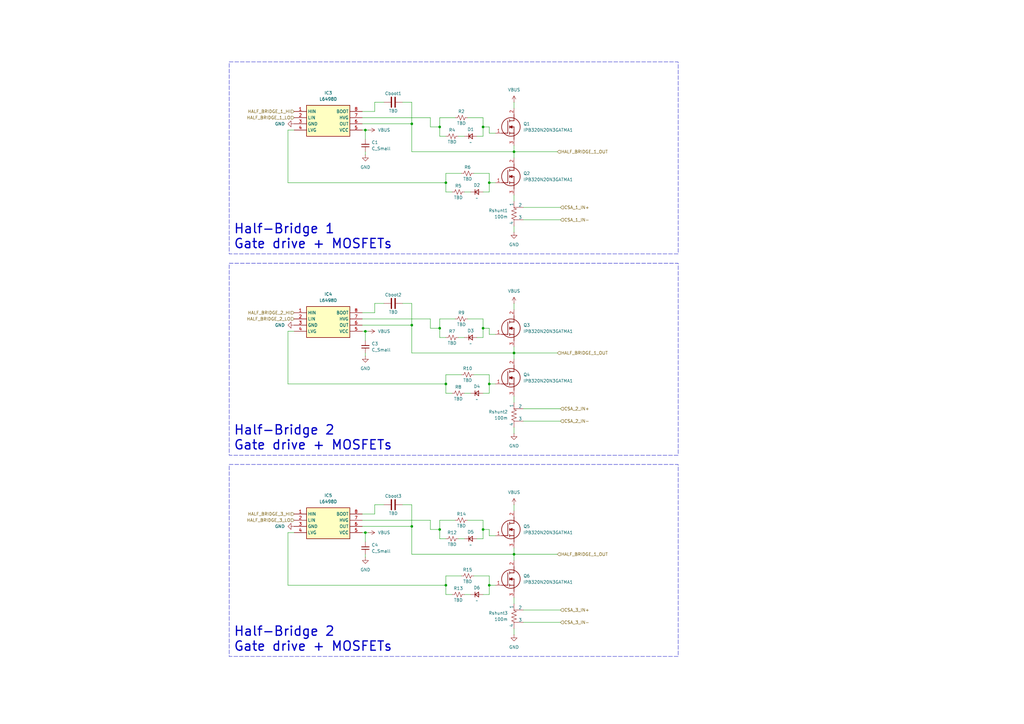
<source format=kicad_sch>
(kicad_sch (version 20250114) (generator "eeschema") (generator_version "9.0")
  (paper "A3")
  (title_block (title "Three-Phase Inverter Stage") (date "2025-12-03") (rev "1") (company "CERN BE-CEM-EPR"))
  (lib_symbols
    (symbol "Device:C" (pin_numbers (hide yes)) (pin_names (offset 0.254))
      (property "Reference" "C" (at 0.635 2.54 0))
      (property "Value" "C" (at 0.635 -2.54 0))
      (symbol "C_0_1"
        (polyline (pts (xy -2.032 0.762) (xy 2.032 0.762)) (stroke (width 0.508)))
        (polyline (pts (xy -2.032 -0.762) (xy 2.032 -0.762)) (stroke (width 0.508)))
      )
      (symbol "C_1_1"
        (pin passive line (at 0 3.81 270) (length 2.794) (name "~") (number "1"))
        (pin passive line (at 0 -3.81 90) (length 2.794) (name "~") (number "2"))
      )
    )
    (symbol "Device:C_Small" (pin_numbers (hide yes)) (pin_names (offset 0.254) (hide yes))
      (property "Reference" "C" (at 0.254 1.778 0))
      (property "Value" "C_Small" (at 0.254 -2.032 0))
      (symbol "C_Small_0_1"
        (polyline (pts (xy -1.524 0.508) (xy 1.524 0.508)) (stroke (width 0.3048)))
        (polyline (pts (xy -1.524 -0.508) (xy 1.524 -0.508)) (stroke (width 0.3302)))
      )
      (symbol "C_Small_1_1"
        (pin passive line (at 0 2.54 270) (length 2.032) (name "~") (number "1"))
        (pin passive line (at 0 -2.54 90) (length 2.032) (name "~") (number "2"))
      )
    )
    (symbol "Device:D_Small" (pin_numbers (hide yes)) (pin_names (offset 0.254) (hide yes))
      (property "Reference" "D" (at -1.27 2.032 0))
      (property "Value" "D_Small" (at -3.81 -2.032 0))
      (symbol "D_Small_0_1"
        (polyline (pts (xy -0.762 0) (xy 0.762 0)))
        (polyline (pts (xy -0.762 -1.016) (xy -0.762 1.016)) (stroke (width 0.254)))
        (polyline (pts (xy 0.762 -1.016) (xy -0.762 0) (xy 0.762 1.016) (xy 0.762 -1.016)) (stroke (width 0.254)))
      )
      (symbol "D_Small_1_1"
        (pin passive line (at -2.54 0 0) (length 1.778) (name "K") (number "1"))
        (pin passive line (at 2.54 0 180) (length 1.778) (name "A") (number "2"))
      )
    )
    (symbol "Device:R_Shunt_US" (pin_numbers (hide yes)) (pin_names (offset 0))
      (property "Reference" "R" (at -5.08 0 90))
      (property "Value" "R_Shunt_US" (at -3.048 0 90))
      (symbol "R_Shunt_US_1_1"
        (polyline (pts (xy 0 2.286) (xy 0 2.54)))
        (polyline (pts (xy 0 2.286) (xy 1.016 1.905) (xy 0 1.524) (xy -1.016 1.143) (xy 0 0.762)))
        (polyline (pts (xy 0 0.762) (xy 1.016 0.381) (xy 0 0) (xy -1.016 -0.381) (xy 0 -0.762)))
        (polyline (pts (xy 0 -0.762) (xy 1.016 -1.143) (xy 0 -1.524) (xy -1.016 -1.905) (xy 0 -2.286)))
        (polyline (pts (xy 0 -2.286) (xy 0 -2.54)))
        (polyline (pts (xy 0 -2.54) (xy 1.27 -2.54)))
        (polyline (pts (xy 1.27 2.54) (xy 0 2.54)))
        (pin passive line (at 0 5.08 270) (length 2.54) (name "1") (number "1"))
        (pin passive line (at 0 -5.08 90) (length 2.54) (name "4") (number "4"))
        (pin passive line (at 3.81 2.54 180) (length 2.54) (name "2") (number "2"))
        (pin passive line (at 3.81 -2.54 180) (length 2.54) (name "3") (number "3"))
      )
    )
    (symbol "Device:R_Small_US" (pin_numbers (hide yes)) (pin_names (offset 0.254) (hide yes))
      (property "Reference" "R" (at 0.762 0.508 0))
      (property "Value" "R_Small_US" (at 0.762 -1.016 0))
      (symbol "R_Small_US_1_1"
        (polyline (pts (xy 0 1.524) (xy 1.016 1.143) (xy 0 0.762) (xy -1.016 0.381) (xy 0 0)))
        (polyline (pts (xy 0 0) (xy 1.016 -0.381) (xy 0 -0.762) (xy -1.016 -1.143) (xy 0 -1.524)))
        (pin passive line (at 0 2.54 270) (length 1.016) (name "~") (number "1"))
        (pin passive line (at 0 -2.54 90) (length 1.016) (name "~") (number "2"))
      )
    )
    (symbol "bldc-driver-pcb:IPB320N20N3GATMA1" (pin_names (hide yes))
      (property "Reference" "Q" (at 5.08 1.27 0))
      (property "Value" "IPB320N20N3GATMA1" (at 5.08 -1.27 0))
      (symbol "IPB320N20N3GATMA1_1_1"
        (polyline (pts (xy -3.81 -2.54) (xy -1.27 -2.54)) (stroke (width 0.254)))
        (polyline (pts (xy -1.27 2.54) (xy -1.27 -2.54)) (stroke (width 0.254)))
        (polyline (pts (xy -0.508 3.048) (xy -0.508 2.032)) (stroke (width 0.254)))
        (polyline (pts (xy -0.508 0) (xy 0.508 0.508) (xy 0.508 -0.508) (xy -0.508 0)) (stroke (width 0.254)) (fill (type outline)))
        (polyline (pts (xy -0.508 -0.508) (xy -0.508 0.508)) (stroke (width 0.254)))
        (polyline (pts (xy -0.508 -2.54) (xy 1.27 -2.54)) (stroke (width 0.254)))
        (polyline (pts (xy -0.508 -3.048) (xy -0.508 -2.032)) (stroke (width 0.254)))
        (circle (center 0 0) (radius 3.81) (stroke (width 0.254)))
        (polyline (pts (xy 1.27 2.54) (xy -0.508 2.54)) (stroke (width 0.254)))
        (polyline (pts (xy 1.27 2.54) (xy 1.27 5.08)) (stroke (width 0.254)))
        (polyline (pts (xy 1.27 0) (xy -0.508 0)) (stroke (width 0.254)))
        (polyline (pts (xy 1.27 0) (xy 1.27 -5.08)) (stroke (width 0.254)))
        (pin passive line (at -6.35 -2.54 0) (length 2.54) (name "G") (number "1"))
        (pin passive line (at 1.27 7.62 270) (length 2.54) (name "D") (number "2"))
        (pin passive line (at 1.27 -7.62 90) (length 2.54) (name "S") (number "3"))
      )
    )
    (symbol "bldc-driver-pcb:L6498D"
      (property "Reference" "IC" (at -1.016 10.922 0))
      (property "Value" "L6498D" (at -3.302 8.636 0))
      (symbol "L6498D_1_1"
        (rectangle (start -8.89 6.35) (end 8.89 -6.35) (stroke (width 0.254)) (fill (type background)))
        (pin passive line (at -13.97 3.81 0) (length 5.08) (name "HIN") (number "1"))
        (pin passive line (at -13.97 1.27 0) (length 5.08) (name "LIN") (number "2"))
        (pin passive line (at -13.97 -1.27 0) (length 5.08) (name "GND") (number "3"))
        (pin passive line (at -13.97 -3.81 0) (length 5.08) (name "LVG") (number "4"))
        (pin passive line (at 13.97 3.81 180) (length 5.08) (name "BOOT") (number "8"))
        (pin passive line (at 13.97 1.27 180) (length 5.08) (name "HVG") (number "7"))
        (pin passive line (at 13.97 -1.27 180) (length 5.08) (name "OUT") (number "6"))
        (pin passive line (at 13.97 -3.81 180) (length 5.08) (name "VCC") (number "5"))
      )
    )
    (symbol "power:GND" (power) (pin_numbers (hide yes)) (pin_names (offset 0) (hide yes))
      (property "Value" "GND" (at 0 -3.81 0))
      (symbol "GND_0_1"
        (polyline (pts (xy 0 0) (xy 0 -1.27) (xy 1.27 -1.27) (xy 0 -2.54) (xy -1.27 -1.27) (xy 0 -1.27)))
      )
      (symbol "GND_1_1"
        (pin power_in line (at 0 0 270) (length 0) (name "~") (number "1"))
      )
    )
    (symbol "power:VBUS" (power) (pin_numbers (hide yes)) (pin_names (offset 0) (hide yes))
      (property "Value" "VBUS" (at 0 3.556 0))
      (symbol "VBUS_0_1"
        (polyline (pts (xy -0.762 1.27) (xy 0 2.54)))
        (polyline (pts (xy 0 2.54) (xy 0.762 1.27)))
        (polyline (pts (xy 0 0) (xy 0 2.54)))
      )
      (symbol "VBUS_1_1"
        (pin power_in line (at 0 0 90) (length 0) (name "~") (number "1"))
      )
    )
  )
  (rectangle (start 93.98 25.4) (end 278.13 104.14) (stroke (width 0) (type dash)))
  (rectangle (start 93.98 190.5) (end 278.13 269.24) (stroke (width 0) (type dash)))
  (rectangle (start 93.98 107.95) (end 278.13 186.69) (stroke (width 0) (type dash)))
  (text "Half-Bridge 2\nGate drive + MOSFETs" (at 95.758 262.128 0) (effects (font (size 3.81 3.81) (thickness 0.508) (bold yes)) (justify left)))
  (text "Half-Bridge 1\nGate drive + MOSFETs" (at 95.758 97.028 0) (effects (font (size 3.81 3.81) (thickness 0.508) (bold yes)) (justify left)))
  (text "Half-Bridge 2\nGate drive + MOSFETs" (at 95.758 179.578 0) (effects (font (size 3.81 3.81) (thickness 0.508) (bold yes)) (justify left)))
  (junction (at 149.86 135.89))
  (junction (at 180.34 52.07))
  (junction (at 198.12 52.07))
  (junction (at 198.12 134.62))
  (junction (at 200.66 74.93))
  (junction (at 210.82 227.33))
  (junction (at 200.66 157.48))
  (junction (at 180.34 217.17))
  (junction (at 180.34 134.62))
  (junction (at 210.82 144.78))
  (junction (at 182.88 74.93))
  (junction (at 168.91 215.9))
  (junction (at 168.91 133.35))
  (junction (at 200.66 240.03))
  (junction (at 149.86 53.34))
  (junction (at 198.12 217.17))
  (junction (at 168.91 50.8))
  (junction (at 182.88 157.48))
  (junction (at 182.88 240.03))
  (junction (at 149.86 218.44))
  (junction (at 210.82 62.23))
  (wire (pts (xy 153.67 124.46) (xy 157.48 124.46)))
  (wire (pts (xy 182.88 220.98) (xy 180.34 220.98)))
  (wire (pts (xy 210.82 247.65) (xy 210.82 245.11)))
  (wire (pts (xy 228.6 62.23) (xy 210.82 62.23)))
  (wire (pts (xy 120.65 135.89) (xy 118.11 135.89)))
  (wire (pts (xy 148.59 215.9) (xy 168.91 215.9)))
  (wire (pts (xy 198.12 217.17) (xy 198.12 220.98)))
  (wire (pts (xy 118.11 218.44) (xy 118.11 240.03)))
  (wire (pts (xy 148.59 128.27) (xy 153.67 128.27)))
  (wire (pts (xy 191.77 213.36) (xy 198.12 213.36)))
  (wire (pts (xy 228.6 227.33) (xy 210.82 227.33)))
  (wire (pts (xy 118.11 74.93) (xy 182.88 74.93)))
  (wire (pts (xy 180.34 48.26) (xy 180.34 52.07)))
  (wire (pts (xy 180.34 213.36) (xy 180.34 217.17)))
  (wire (pts (xy 194.31 71.12) (xy 200.66 71.12)))
  (wire (pts (xy 210.82 95.25) (xy 210.82 92.71)))
  (wire (pts (xy 210.82 82.55) (xy 210.82 80.01)))
  (wire (pts (xy 149.86 135.89) (xy 148.59 135.89)))
  (wire (pts (xy 176.53 134.62) (xy 180.34 134.62)))
  (wire (pts (xy 118.11 157.48) (xy 182.88 157.48)))
  (wire (pts (xy 189.23 236.22) (xy 182.88 236.22)))
  (wire (pts (xy 149.86 144.78) (xy 149.86 146.05)))
  (wire (pts (xy 198.12 217.17) (xy 200.66 217.17)))
  (wire (pts (xy 198.12 134.62) (xy 198.12 138.43)))
  (wire (pts (xy 149.86 62.23) (xy 149.86 63.5)))
  (wire (pts (xy 200.66 240.03) (xy 200.66 243.84)))
  (wire (pts (xy 148.59 48.26) (xy 176.53 48.26)))
  (wire (pts (xy 187.96 55.88) (xy 190.5 55.88)))
  (wire (pts (xy 153.67 41.91) (xy 157.48 41.91)))
  (wire (pts (xy 168.91 41.91) (xy 165.1 41.91)))
  (wire (pts (xy 198.12 161.29) (xy 200.66 161.29)))
  (wire (pts (xy 148.59 50.8) (xy 168.91 50.8)))
  (wire (pts (xy 195.58 220.98) (xy 198.12 220.98)))
  (wire (pts (xy 198.12 48.26) (xy 198.12 52.07)))
  (wire (pts (xy 210.82 227.33) (xy 210.82 224.79)))
  (wire (pts (xy 182.88 153.67) (xy 182.88 157.48)))
  (wire (pts (xy 198.12 134.62) (xy 200.66 134.62)))
  (wire (pts (xy 182.88 243.84) (xy 182.88 240.03)))
  (wire (pts (xy 195.58 55.88) (xy 198.12 55.88)))
  (wire (pts (xy 228.6 144.78) (xy 210.82 144.78)))
  (wire (pts (xy 210.82 260.35) (xy 210.82 257.81)))
  (wire (pts (xy 190.5 78.74) (xy 193.04 78.74)))
  (wire (pts (xy 182.88 236.22) (xy 182.88 240.03)))
  (wire (pts (xy 168.91 215.9) (xy 168.91 207.01)))
  (wire (pts (xy 149.86 53.34) (xy 149.86 57.15)))
  (wire (pts (xy 149.86 135.89) (xy 149.86 139.7)))
  (wire (pts (xy 200.66 240.03) (xy 203.2 240.03)))
  (wire (pts (xy 191.77 48.26) (xy 198.12 48.26)))
  (wire (pts (xy 200.66 157.48) (xy 200.66 161.29)))
  (wire (pts (xy 195.58 138.43) (xy 198.12 138.43)))
  (wire (pts (xy 118.11 240.03) (xy 182.88 240.03)))
  (wire (pts (xy 194.31 236.22) (xy 200.66 236.22)))
  (wire (pts (xy 210.82 165.1) (xy 210.82 162.56)))
  (wire (pts (xy 186.69 213.36) (xy 180.34 213.36)))
  (wire (pts (xy 120.65 218.44) (xy 118.11 218.44)))
  (wire (pts (xy 190.5 161.29) (xy 193.04 161.29)))
  (wire (pts (xy 149.86 227.33) (xy 149.86 228.6)))
  (wire (pts (xy 168.91 144.78) (xy 210.82 144.78)))
  (wire (pts (xy 153.67 128.27) (xy 153.67 124.46)))
  (wire (pts (xy 182.88 71.12) (xy 182.88 74.93)))
  (wire (pts (xy 151.13 53.34) (xy 149.86 53.34)))
  (wire (pts (xy 189.23 71.12) (xy 182.88 71.12)))
  (wire (pts (xy 229.87 255.27) (xy 214.63 255.27)))
  (wire (pts (xy 149.86 218.44) (xy 149.86 222.25)))
  (wire (pts (xy 149.86 218.44) (xy 148.59 218.44)))
  (wire (pts (xy 151.13 218.44) (xy 149.86 218.44)))
  (wire (pts (xy 191.77 130.81) (xy 198.12 130.81)))
  (wire (pts (xy 180.34 55.88) (xy 180.34 52.07)))
  (wire (pts (xy 176.53 48.26) (xy 176.53 52.07)))
  (wire (pts (xy 148.59 130.81) (xy 176.53 130.81)))
  (wire (pts (xy 198.12 52.07) (xy 200.66 52.07)))
  (wire (pts (xy 198.12 52.07) (xy 198.12 55.88)))
  (wire (pts (xy 180.34 130.81) (xy 180.34 134.62)))
  (wire (pts (xy 203.2 137.16) (xy 200.66 137.16)))
  (wire (pts (xy 182.88 78.74) (xy 182.88 74.93)))
  (wire (pts (xy 185.42 243.84) (xy 182.88 243.84)))
  (wire (pts (xy 200.66 137.16) (xy 200.66 134.62)))
  (wire (pts (xy 168.91 227.33) (xy 210.82 227.33)))
  (wire (pts (xy 210.82 177.8) (xy 210.82 175.26)))
  (wire (pts (xy 118.11 53.34) (xy 118.11 74.93)))
  (wire (pts (xy 182.88 138.43) (xy 180.34 138.43)))
  (wire (pts (xy 229.87 167.64) (xy 214.63 167.64)))
  (wire (pts (xy 200.66 157.48) (xy 203.2 157.48)))
  (wire (pts (xy 187.96 220.98) (xy 190.5 220.98)))
  (wire (pts (xy 120.65 53.34) (xy 118.11 53.34)))
  (wire (pts (xy 198.12 78.74) (xy 200.66 78.74)))
  (wire (pts (xy 149.86 53.34) (xy 148.59 53.34)))
  (wire (pts (xy 148.59 210.82) (xy 153.67 210.82)))
  (wire (pts (xy 168.91 124.46) (xy 165.1 124.46)))
  (wire (pts (xy 168.91 133.35) (xy 168.91 144.78)))
  (wire (pts (xy 176.53 213.36) (xy 176.53 217.17)))
  (wire (pts (xy 148.59 133.35) (xy 168.91 133.35)))
  (wire (pts (xy 210.82 144.78) (xy 210.82 142.24)))
  (wire (pts (xy 148.59 213.36) (xy 176.53 213.36)))
  (wire (pts (xy 118.11 135.89) (xy 118.11 157.48)))
  (wire (pts (xy 190.5 243.84) (xy 193.04 243.84)))
  (wire (pts (xy 168.91 62.23) (xy 210.82 62.23)))
  (wire (pts (xy 185.42 161.29) (xy 182.88 161.29)))
  (wire (pts (xy 180.34 220.98) (xy 180.34 217.17)))
  (wire (pts (xy 168.91 133.35) (xy 168.91 124.46)))
  (wire (pts (xy 210.82 207.01) (xy 210.82 209.55)))
  (wire (pts (xy 210.82 41.91) (xy 210.82 44.45)))
  (wire (pts (xy 187.96 138.43) (xy 190.5 138.43)))
  (wire (pts (xy 153.67 45.72) (xy 153.67 41.91)))
  (wire (pts (xy 189.23 153.67) (xy 182.88 153.67)))
  (wire (pts (xy 200.66 71.12) (xy 200.66 74.93)))
  (wire (pts (xy 200.66 54.61) (xy 200.66 52.07)))
  (wire (pts (xy 210.82 229.87) (xy 210.82 227.33)))
  (wire (pts (xy 210.82 124.46) (xy 210.82 127)))
  (wire (pts (xy 229.87 250.19) (xy 214.63 250.19)))
  (wire (pts (xy 182.88 55.88) (xy 180.34 55.88)))
  (wire (pts (xy 180.34 138.43) (xy 180.34 134.62)))
  (wire (pts (xy 198.12 130.81) (xy 198.12 134.62)))
  (wire (pts (xy 153.67 210.82) (xy 153.67 207.01)))
  (wire (pts (xy 176.53 130.81) (xy 176.53 134.62)))
  (wire (pts (xy 198.12 243.84) (xy 200.66 243.84)))
  (wire (pts (xy 185.42 78.74) (xy 182.88 78.74)))
  (wire (pts (xy 229.87 85.09) (xy 214.63 85.09)))
  (wire (pts (xy 200.66 153.67) (xy 200.66 157.48)))
  (wire (pts (xy 200.66 236.22) (xy 200.66 240.03)))
  (wire (pts (xy 200.66 74.93) (xy 203.2 74.93)))
  (wire (pts (xy 148.59 45.72) (xy 153.67 45.72)))
  (wire (pts (xy 168.91 215.9) (xy 168.91 227.33)))
  (wire (pts (xy 229.87 90.17) (xy 214.63 90.17)))
  (wire (pts (xy 168.91 50.8) (xy 168.91 41.91)))
  (wire (pts (xy 176.53 52.07) (xy 180.34 52.07)))
  (wire (pts (xy 203.2 54.61) (xy 200.66 54.61)))
  (wire (pts (xy 210.82 147.32) (xy 210.82 144.78)))
  (wire (pts (xy 200.66 74.93) (xy 200.66 78.74)))
  (wire (pts (xy 151.13 135.89) (xy 149.86 135.89)))
  (wire (pts (xy 186.69 130.81) (xy 180.34 130.81)))
  (wire (pts (xy 168.91 50.8) (xy 168.91 62.23)))
  (wire (pts (xy 194.31 153.67) (xy 200.66 153.67)))
  (wire (pts (xy 229.87 172.72) (xy 214.63 172.72)))
  (wire (pts (xy 176.53 217.17) (xy 180.34 217.17)))
  (wire (pts (xy 186.69 48.26) (xy 180.34 48.26)))
  (wire (pts (xy 200.66 219.71) (xy 200.66 217.17)))
  (wire (pts (xy 210.82 62.23) (xy 210.82 59.69)))
  (wire (pts (xy 182.88 161.29) (xy 182.88 157.48)))
  (wire (pts (xy 198.12 213.36) (xy 198.12 217.17)))
  (wire (pts (xy 210.82 64.77) (xy 210.82 62.23)))
  (wire (pts (xy 168.91 207.01) (xy 165.1 207.01)))
  (wire (pts (xy 153.67 207.01) (xy 157.48 207.01)))
  (wire (pts (xy 203.2 219.71) (xy 200.66 219.71)))
  (hierarchical_label "CSA_2_IN-" (shape input) (at 229.87 172.72 0))
  (hierarchical_label "CSA_3_IN-" (shape input) (at 229.87 255.27 0))
  (hierarchical_label "HALF_BRIDGE_1_OUT" (shape input) (at 228.6 227.33 0))
  (hierarchical_label "HALF_BRIDGE_2_LO" (shape input) (at 120.65 130.81 180))
  (hierarchical_label "HALF_BRIDGE_3_LO" (shape input) (at 120.65 213.36 180))
  (hierarchical_label "HALF_BRIDGE_1_OUT" (shape input) (at 228.6 144.78 0))
  (hierarchical_label "HALF_BRIDGE_1_HI" (shape input) (at 120.65 45.72 180))
  (hierarchical_label "HALF_BRIDGE_3_HI" (shape input) (at 120.65 210.82 180))
  (hierarchical_label "HALF_BRIDGE_2_HI" (shape input) (at 120.65 128.27 180))
  (hierarchical_label "CSA_2_IN+" (shape input) (at 229.87 167.64 0))
  (hierarchical_label "CSA_3_IN+" (shape input) (at 229.87 250.19 0))
  (hierarchical_label "CSA_1_IN-" (shape input) (at 229.87 90.17 0))
  (hierarchical_label "HALF_BRIDGE_1_LO" (shape input) (at 120.65 48.26 180))
  (hierarchical_label "HALF_BRIDGE_1_OUT" (shape input) (at 228.6 62.23 0))
  (hierarchical_label "CSA_1_IN+" (shape input) (at 229.87 85.09 0))
  (symbol (lib_id "power:VBUS") (at 151.13 218.44 270) (unit 1)
    (property "Reference" "#PWR019" (effects (hide yes)))
    (property "Value" "VBUS" (at 154.94 218.4399 90) (effects (justify left)))
    (property "Description" "Power symbol creates a global label with name \"VBUS\"" (effects (hide yes)))
  )
  (symbol (lib_id "bldc-driver-pcb:IPB320N20N3GATMA1") (at 209.55 154.94 0) (unit 1)
    (property "Reference" "Q4" (at 214.63 153.6699 0) (effects (justify left)))
    (property "Value" "IPB320N20N3GATMA1" (at 214.63 156.2099 0) (effects (justify left)))
    (property "Footprint" "bldc-driver-pcb:IPB320N20N3GATMA1" (effects (hide yes)))
    (property "Datasheet" "https://www.infineon.com/dgdl/Infineon-IPP_B_I_320N20N3G-DS-v02_03-en.pdf?fileId=db3a3043243b5f170124967064ba184a" (effects (hide yes)))
    (property "Description" "N-Channel 200 V 34A (Tc) 136W (Tc) Surface Mount PG-TO263-3" (effects (hide yes)))
    (property "Height" "4.82" (effects (hide yes)))
    (property "Mouser Part Number" "726-IPB320N20N3GATMA" (effects (hide yes)))
    (property "Mouser Price/Stock" "https://www.mouser.co.uk/ProductDetail/Infineon-Technologies/IPB320N20N3GATMA1?qs=OwbwYO03UsK2VORt1hHBuw%3D%3D" (effects (hide yes)))
    (property "Manufacturer_Name" "Infineon" (effects (hide yes)))
    (property "Manufacturer_Part_Number" "IPB320N20N3GATMA1" (effects (hide yes)))
  )
  (symbol (lib_id "bldc-driver-pcb:L6498D") (at 134.62 49.53 0) (unit 1)
    (property "Reference" "IC3" (at 134.62 38.1 0))
    (property "Value" "L6498D" (at 134.62 40.64 0))
    (property "Footprint" "bldc-driver-pcb:L6498D" (effects (hide yes)))
    (property "Datasheet" "https://www.st.com/resource/en/datasheet/l6498.pdf" (effects (hide yes)))
    (property "Description" "High voltage high and low-side 2 A gate driver" (effects (hide yes)))
    (property "Height" "1.75" (effects (hide yes)))
    (property "Mouser Part Number" "511-L6498D" (effects (hide yes)))
    (property "Mouser Price/Stock" "https://www.mouser.co.uk/ProductDetail/STMicroelectronics/L6498D?qs=1mbolxNpo8fL9dK7MKR40Q%3D%3D" (effects (hide yes)))
    (property "Manufacturer_Name" "STMicroelectronics" (effects (hide yes)))
    (property "Manufacturer_Part_Number" "L6498D" (effects (hide yes)))
  )
  (symbol (lib_id "Device:D_Small") (at 193.04 55.88 0) (unit 1)
    (property "Reference" "D1" (at 193.04 53.086 0))
    (property "Value" "~" (at 193.04 58.42 0))
    (property "Description" "Diode, small symbol" (effects (hide yes)))
    (property "Sim.Device" "D" (effects (hide yes)))
    (property "Sim.Pins" "1=K 2=A" (effects (hide yes)))
  )
  (symbol (lib_id "Device:D_Small") (at 193.04 138.43 0) (unit 1)
    (property "Reference" "D3" (at 193.04 135.636 0))
    (property "Value" "~" (at 193.04 140.97 0))
    (property "Description" "Diode, small symbol" (effects (hide yes)))
    (property "Sim.Device" "D" (effects (hide yes)))
    (property "Sim.Pins" "1=K 2=A" (effects (hide yes)))
  )
  (symbol (lib_id "Device:C") (at 161.29 207.01 90) (unit 1)
    (property "Reference" "Cboot3" (at 161.29 203.454 90))
    (property "Value" "TBD" (at 161.29 210.566 90))
    (property "Description" "Unpolarized capacitor" (effects (hide yes)))
  )
  (symbol (lib_id "power:GND") (at 210.82 260.35 0) (unit 1)
    (property "Reference" "#PWR021" (effects (hide yes)))
    (property "Value" "GND" (at 210.82 265.43 0))
    (property "Description" "Power symbol creates a global label with name \"GND\" , ground" (effects (hide yes)))
  )
  (symbol (lib_id "Device:R_Small_US") (at 189.23 130.81 90) (unit 1)
    (property "Reference" "R9" (at 189.23 128.27 90))
    (property "Value" "TBD" (at 189.23 133.096 90))
    (property "Description" "Resistor, small US symbol" (effects (hide yes)))
  )
  (symbol (lib_id "power:GND") (at 149.86 63.5 0) (unit 1)
    (property "Reference" "#PWR010" (effects (hide yes)))
    (property "Value" "GND" (at 149.86 68.58 0))
    (property "Description" "Power symbol creates a global label with name \"GND\" , ground" (effects (hide yes)))
  )
  (symbol (lib_id "Device:R_Small_US") (at 185.42 138.43 90) (unit 1)
    (property "Reference" "R7" (at 185.42 135.89 90))
    (property "Value" "TBD" (at 185.42 140.716 90))
    (property "Description" "Resistor, small US symbol" (effects (hide yes)))
  )
  (symbol (lib_id "Device:R_Small_US") (at 191.77 71.12 90) (unit 1)
    (property "Reference" "R6" (at 191.77 68.58 90))
    (property "Value" "TBD" (at 191.77 73.406 90))
    (property "Description" "Resistor, small US symbol" (effects (hide yes)))
  )
  (symbol (lib_id "Device:C_Small") (at 149.86 224.79 180) (unit 1)
    (property "Reference" "C4" (at 152.4 223.5135 0) (effects (justify right)))
    (property "Value" "C_Small" (at 152.4 226.0535 0) (effects (justify right)))
    (property "Description" "Unpolarized capacitor, small symbol" (effects (hide yes)))
  )
  (symbol (lib_id "Device:R_Small_US") (at 185.42 55.88 90) (unit 1)
    (property "Reference" "R4" (at 185.42 53.34 90))
    (property "Value" "TBD" (at 185.42 58.166 90))
    (property "Description" "Resistor, small US symbol" (effects (hide yes)))
  )
  (symbol (lib_id "power:GND") (at 210.82 177.8 0) (unit 1)
    (property "Reference" "#PWR016" (effects (hide yes)))
    (property "Value" "GND" (at 210.82 182.88 0))
    (property "Description" "Power symbol creates a global label with name \"GND\" , ground" (effects (hide yes)))
  )
  (symbol (lib_id "Device:R_Small_US") (at 189.23 48.26 90) (unit 1)
    (property "Reference" "R2" (at 189.23 45.72 90))
    (property "Value" "TBD" (at 189.23 50.546 90))
    (property "Description" "Resistor, small US symbol" (effects (hide yes)))
  )
  (symbol (lib_id "power:VBUS") (at 210.82 124.46 0) (unit 1)
    (property "Reference" "#PWR015" (effects (hide yes)))
    (property "Value" "VBUS" (at 210.82 119.38 0))
    (property "Description" "Power symbol creates a global label with name \"VBUS\"" (effects (hide yes)))
  )
  (symbol (lib_id "power:GND") (at 120.65 215.9 270) (unit 1)
    (property "Reference" "#PWR017" (effects (hide yes)))
    (property "Value" "GND" (at 116.84 215.8999 90) (effects (justify right)))
    (property "Description" "Power symbol creates a global label with name \"GND\" , ground" (effects (hide yes)))
  )
  (symbol (lib_id "bldc-driver-pcb:IPB320N20N3GATMA1") (at 209.55 52.07 0) (unit 1)
    (property "Reference" "Q1" (at 214.63 50.7999 0) (effects (justify left)))
    (property "Value" "IPB320N20N3GATMA1" (at 214.63 53.3399 0) (effects (justify left)))
    (property "Footprint" "bldc-driver-pcb:IPB320N20N3GATMA1" (effects (hide yes)))
    (property "Datasheet" "https://www.infineon.com/dgdl/Infineon-IPP_B_I_320N20N3G-DS-v02_03-en.pdf?fileId=db3a3043243b5f170124967064ba184a" (effects (hide yes)))
    (property "Description" "N-Channel 200 V 34A (Tc) 136W (Tc) Surface Mount PG-TO263-3" (effects (hide yes)))
    (property "Height" "4.82" (effects (hide yes)))
    (property "Mouser Part Number" "726-IPB320N20N3GATMA" (effects (hide yes)))
    (property "Mouser Price/Stock" "https://www.mouser.co.uk/ProductDetail/Infineon-Technologies/IPB320N20N3GATMA1?qs=OwbwYO03UsK2VORt1hHBuw%3D%3D" (effects (hide yes)))
    (property "Manufacturer_Name" "Infineon" (effects (hide yes)))
    (property "Manufacturer_Part_Number" "IPB320N20N3GATMA1" (effects (hide yes)))
  )
  (symbol (lib_id "Device:R_Small_US") (at 191.77 236.22 90) (unit 1)
    (property "Reference" "R15" (at 191.77 233.68 90))
    (property "Value" "TBD" (at 191.77 238.506 90))
    (property "Description" "Resistor, small US symbol" (effects (hide yes)))
  )
  (symbol (lib_id "Device:R_Small_US") (at 191.77 153.67 90) (unit 1)
    (property "Reference" "R10" (at 191.77 151.13 90))
    (property "Value" "TBD" (at 191.77 155.956 90))
    (property "Description" "Resistor, small US symbol" (effects (hide yes)))
  )
  (symbol (lib_id "Device:D_Small") (at 195.58 78.74 0) (unit 1)
    (property "Reference" "D2" (at 195.58 75.946 0))
    (property "Value" "~" (at 195.58 81.28 0))
    (property "Description" "Diode, small symbol" (effects (hide yes)))
    (property "Sim.Device" "D" (effects (hide yes)))
    (property "Sim.Pins" "1=K 2=A" (effects (hide yes)))
  )
  (symbol (lib_id "Device:C") (at 161.29 124.46 90) (unit 1)
    (property "Reference" "Cboot2" (at 161.29 120.904 90))
    (property "Value" "TBD" (at 161.29 128.016 90))
    (property "Description" "Unpolarized capacitor" (effects (hide yes)))
  )
  (symbol (lib_id "power:VBUS") (at 210.82 41.91 0) (unit 1)
    (property "Reference" "#PWR08" (effects (hide yes)))
    (property "Value" "VBUS" (at 210.82 36.83 0))
    (property "Description" "Power symbol creates a global label with name \"VBUS\"" (effects (hide yes)))
  )
  (symbol (lib_id "Device:D_Small") (at 193.04 220.98 0) (unit 1)
    (property "Reference" "D5" (at 193.04 218.186 0))
    (property "Value" "~" (at 193.04 223.52 0))
    (property "Description" "Diode, small symbol" (effects (hide yes)))
    (property "Sim.Device" "D" (effects (hide yes)))
    (property "Sim.Pins" "1=K 2=A" (effects (hide yes)))
  )
  (symbol (lib_id "Device:R_Shunt_US") (at 210.82 170.18 0) (unit 1)
    (property "Reference" "Rshunt2" (at 208.28 168.9099 0) (effects (justify right)))
    (property "Value" "100m" (at 208.28 171.4499 0) (effects (justify right)))
    (property "Description" "Shunt resistor, US symbol" (effects (hide yes)))
  )
  (symbol (lib_id "power:GND") (at 120.65 50.8 270) (unit 1)
    (property "Reference" "#PWR011" (effects (hide yes)))
    (property "Value" "GND" (at 116.84 50.7999 90) (effects (justify right)))
    (property "Description" "Power symbol creates a global label with name \"GND\" , ground" (effects (hide yes)))
  )
  (symbol (lib_id "Device:C") (at 161.29 41.91 90) (unit 1)
    (property "Reference" "Cboot1" (at 161.29 38.354 90))
    (property "Value" "TBD" (at 161.29 45.466 90))
    (property "Description" "Unpolarized capacitor" (effects (hide yes)))
  )
  (symbol (lib_id "Device:R_Small_US") (at 189.23 213.36 90) (unit 1)
    (property "Reference" "R14" (at 189.23 210.82 90))
    (property "Value" "TBD" (at 189.23 215.646 90))
    (property "Description" "Resistor, small US symbol" (effects (hide yes)))
  )
  (symbol (lib_id "Device:D_Small") (at 195.58 161.29 0) (unit 1)
    (property "Reference" "D4" (at 195.58 158.496 0))
    (property "Value" "~" (at 195.58 163.83 0))
    (property "Description" "Diode, small symbol" (effects (hide yes)))
    (property "Sim.Device" "D" (effects (hide yes)))
    (property "Sim.Pins" "1=K 2=A" (effects (hide yes)))
  )
  (symbol (lib_id "power:GND") (at 149.86 146.05 0) (unit 1)
    (property "Reference" "#PWR013" (effects (hide yes)))
    (property "Value" "GND" (at 149.86 151.13 0))
    (property "Description" "Power symbol creates a global label with name \"GND\" , ground" (effects (hide yes)))
  )
  (symbol (lib_id "Device:R_Shunt_US") (at 210.82 87.63 0) (unit 1)
    (property "Reference" "Rshunt1" (at 208.28 86.3599 0) (effects (justify right)))
    (property "Value" "100m" (at 208.28 88.8999 0) (effects (justify right)))
    (property "Description" "Shunt resistor, US symbol" (effects (hide yes)))
  )
  (symbol (lib_id "bldc-driver-pcb:IPB320N20N3GATMA1") (at 209.55 237.49 0) (unit 1)
    (property "Reference" "Q6" (at 214.63 236.2199 0) (effects (justify left)))
    (property "Value" "IPB320N20N3GATMA1" (at 214.63 238.7599 0) (effects (justify left)))
    (property "Footprint" "bldc-driver-pcb:IPB320N20N3GATMA1" (effects (hide yes)))
    (property "Datasheet" "https://www.infineon.com/dgdl/Infineon-IPP_B_I_320N20N3G-DS-v02_03-en.pdf?fileId=db3a3043243b5f170124967064ba184a" (effects (hide yes)))
    (property "Description" "N-Channel 200 V 34A (Tc) 136W (Tc) Surface Mount PG-TO263-3" (effects (hide yes)))
    (property "Height" "4.82" (effects (hide yes)))
    (property "Mouser Part Number" "726-IPB320N20N3GATMA" (effects (hide yes)))
    (property "Mouser Price/Stock" "https://www.mouser.co.uk/ProductDetail/Infineon-Technologies/IPB320N20N3GATMA1?qs=OwbwYO03UsK2VORt1hHBuw%3D%3D" (effects (hide yes)))
    (property "Manufacturer_Name" "Infineon" (effects (hide yes)))
    (property "Manufacturer_Part_Number" "IPB320N20N3GATMA1" (effects (hide yes)))
  )
  (symbol (lib_id "Device:R_Small_US") (at 185.42 220.98 90) (unit 1)
    (property "Reference" "R12" (at 185.42 218.44 90))
    (property "Value" "TBD" (at 185.42 223.266 90))
    (property "Description" "Resistor, small US symbol" (effects (hide yes)))
  )
  (symbol (lib_id "Device:C_Small") (at 149.86 59.69 180) (unit 1)
    (property "Reference" "C1" (at 152.4 58.4135 0) (effects (justify right)))
    (property "Value" "C_Small" (at 152.4 60.9535 0) (effects (justify right)))
    (property "Description" "Unpolarized capacitor, small symbol" (effects (hide yes)))
  )
  (symbol (lib_id "bldc-driver-pcb:IPB320N20N3GATMA1") (at 209.55 72.39 0) (unit 1)
    (property "Reference" "Q2" (at 214.63 71.1199 0) (effects (justify left)))
    (property "Value" "IPB320N20N3GATMA1" (at 214.63 73.6599 0) (effects (justify left)))
    (property "Footprint" "bldc-driver-pcb:IPB320N20N3GATMA1" (effects (hide yes)))
    (property "Datasheet" "https://www.infineon.com/dgdl/Infineon-IPP_B_I_320N20N3G-DS-v02_03-en.pdf?fileId=db3a3043243b5f170124967064ba184a" (effects (hide yes)))
    (property "Description" "N-Channel 200 V 34A (Tc) 136W (Tc) Surface Mount PG-TO263-3" (effects (hide yes)))
    (property "Height" "4.82" (effects (hide yes)))
    (property "Mouser Part Number" "726-IPB320N20N3GATMA" (effects (hide yes)))
    (property "Mouser Price/Stock" "https://www.mouser.co.uk/ProductDetail/Infineon-Technologies/IPB320N20N3GATMA1?qs=OwbwYO03UsK2VORt1hHBuw%3D%3D" (effects (hide yes)))
    (property "Manufacturer_Name" "Infineon" (effects (hide yes)))
    (property "Manufacturer_Part_Number" "IPB320N20N3GATMA1" (effects (hide yes)))
  )
  (symbol (lib_id "bldc-driver-pcb:L6498D") (at 134.62 214.63 0) (unit 1)
    (property "Reference" "IC5" (at 134.62 203.2 0))
    (property "Value" "L6498D" (at 134.62 205.74 0))
    (property "Footprint" "bldc-driver-pcb:L6498D" (effects (hide yes)))
    (property "Datasheet" "https://www.st.com/resource/en/datasheet/l6498.pdf" (effects (hide yes)))
    (property "Description" "High voltage high and low-side 2 A gate driver" (effects (hide yes)))
    (property "Height" "1.75" (effects (hide yes)))
    (property "Mouser Part Number" "511-L6498D" (effects (hide yes)))
    (property "Mouser Price/Stock" "https://www.mouser.co.uk/ProductDetail/STMicroelectronics/L6498D?qs=1mbolxNpo8fL9dK7MKR40Q%3D%3D" (effects (hide yes)))
    (property "Manufacturer_Name" "STMicroelectronics" (effects (hide yes)))
    (property "Manufacturer_Part_Number" "L6498D" (effects (hide yes)))
  )
  (symbol (lib_id "bldc-driver-pcb:L6498D") (at 134.62 132.08 0) (unit 1)
    (property "Reference" "IC4" (at 134.62 120.65 0))
    (property "Value" "L6498D" (at 134.62 123.19 0))
    (property "Footprint" "bldc-driver-pcb:L6498D" (effects (hide yes)))
    (property "Datasheet" "https://www.st.com/resource/en/datasheet/l6498.pdf" (effects (hide yes)))
    (property "Description" "High voltage high and low-side 2 A gate driver" (effects (hide yes)))
    (property "Height" "1.75" (effects (hide yes)))
    (property "Mouser Part Number" "511-L6498D" (effects (hide yes)))
    (property "Mouser Price/Stock" "https://www.mouser.co.uk/ProductDetail/STMicroelectronics/L6498D?qs=1mbolxNpo8fL9dK7MKR40Q%3D%3D" (effects (hide yes)))
    (property "Manufacturer_Name" "STMicroelectronics" (effects (hide yes)))
    (property "Manufacturer_Part_Number" "L6498D" (effects (hide yes)))
  )
  (symbol (lib_id "Device:R_Shunt_US") (at 210.82 252.73 0) (unit 1)
    (property "Reference" "Rshunt3" (at 208.28 251.4599 0) (effects (justify right)))
    (property "Value" "100m" (at 208.28 253.9999 0) (effects (justify right)))
    (property "Description" "Shunt resistor, US symbol" (effects (hide yes)))
  )
  (symbol (lib_id "power:GND") (at 149.86 228.6 0) (unit 1)
    (property "Reference" "#PWR018" (effects (hide yes)))
    (property "Value" "GND" (at 149.86 233.68 0))
    (property "Description" "Power symbol creates a global label with name \"GND\" , ground" (effects (hide yes)))
  )
  (symbol (lib_id "power:GND") (at 210.82 95.25 0) (unit 1)
    (property "Reference" "#PWR07" (effects (hide yes)))
    (property "Value" "GND" (at 210.82 100.33 0))
    (property "Description" "Power symbol creates a global label with name \"GND\" , ground" (effects (hide yes)))
  )
  (symbol (lib_id "power:GND") (at 120.65 133.35 270) (unit 1)
    (property "Reference" "#PWR012" (effects (hide yes)))
    (property "Value" "GND" (at 116.84 133.3499 90) (effects (justify right)))
    (property "Description" "Power symbol creates a global label with name \"GND\" , ground" (effects (hide yes)))
  )
  (symbol (lib_id "Device:D_Small") (at 195.58 243.84 0) (unit 1)
    (property "Reference" "D6" (at 195.58 241.046 0))
    (property "Value" "~" (at 195.58 246.38 0))
    (property "Description" "Diode, small symbol" (effects (hide yes)))
    (property "Sim.Device" "D" (effects (hide yes)))
    (property "Sim.Pins" "1=K 2=A" (effects (hide yes)))
  )
  (symbol (lib_id "power:VBUS") (at 151.13 135.89 270) (unit 1)
    (property "Reference" "#PWR014" (effects (hide yes)))
    (property "Value" "VBUS" (at 154.94 135.8899 90) (effects (justify left)))
    (property "Description" "Power symbol creates a global label with name \"VBUS\"" (effects (hide yes)))
  )
  (symbol (lib_id "bldc-driver-pcb:IPB320N20N3GATMA1") (at 209.55 134.62 0) (unit 1)
    (property "Reference" "Q3" (at 214.63 133.3499 0) (effects (justify left)))
    (property "Value" "IPB320N20N3GATMA1" (at 214.63 135.8899 0) (effects (justify left)))
    (property "Footprint" "bldc-driver-pcb:IPB320N20N3GATMA1" (effects (hide yes)))
    (property "Datasheet" "https://www.infineon.com/dgdl/Infineon-IPP_B_I_320N20N3G-DS-v02_03-en.pdf?fileId=db3a3043243b5f170124967064ba184a" (effects (hide yes)))
    (property "Description" "N-Channel 200 V 34A (Tc) 136W (Tc) Surface Mount PG-TO263-3" (effects (hide yes)))
    (property "Height" "4.82" (effects (hide yes)))
    (property "Mouser Part Number" "726-IPB320N20N3GATMA" (effects (hide yes)))
    (property "Mouser Price/Stock" "https://www.mouser.co.uk/ProductDetail/Infineon-Technologies/IPB320N20N3GATMA1?qs=OwbwYO03UsK2VORt1hHBuw%3D%3D" (effects (hide yes)))
    (property "Manufacturer_Name" "Infineon" (effects (hide yes)))
    (property "Manufacturer_Part_Number" "IPB320N20N3GATMA1" (effects (hide yes)))
  )
  (symbol (lib_id "Device:R_Small_US") (at 187.96 243.84 90) (unit 1)
    (property "Reference" "R13" (at 187.96 241.3 90))
    (property "Value" "TBD" (at 187.96 246.126 90))
    (property "Description" "Resistor, small US symbol" (effects (hide yes)))
  )
  (symbol (lib_id "power:VBUS") (at 151.13 53.34 270) (unit 1)
    (property "Reference" "#PWR09" (effects (hide yes)))
    (property "Value" "VBUS" (at 154.94 53.3399 90) (effects (justify left)))
    (property "Description" "Power symbol creates a global label with name \"VBUS\"" (effects (hide yes)))
  )
  (symbol (lib_id "Device:C_Small") (at 149.86 142.24 180) (unit 1)
    (property "Reference" "C3" (at 152.4 140.9635 0) (effects (justify right)))
    (property "Value" "C_Small" (at 152.4 143.5035 0) (effects (justify right)))
    (property "Description" "Unpolarized capacitor, small symbol" (effects (hide yes)))
  )
  (symbol (lib_id "bldc-driver-pcb:IPB320N20N3GATMA1") (at 209.55 217.17 0) (unit 1)
    (property "Reference" "Q5" (at 214.63 215.8999 0) (effects (justify left)))
    (property "Value" "IPB320N20N3GATMA1" (at 214.63 218.4399 0) (effects (justify left)))
    (property "Footprint" "bldc-driver-pcb:IPB320N20N3GATMA1" (effects (hide yes)))
    (property "Datasheet" "https://www.infineon.com/dgdl/Infineon-IPP_B_I_320N20N3G-DS-v02_03-en.pdf?fileId=db3a3043243b5f170124967064ba184a" (effects (hide yes)))
    (property "Description" "N-Channel 200 V 34A (Tc) 136W (Tc) Surface Mount PG-TO263-3" (effects (hide yes)))
    (property "Height" "4.82" (effects (hide yes)))
    (property "Mouser Part Number" "726-IPB320N20N3GATMA" (effects (hide yes)))
    (property "Mouser Price/Stock" "https://www.mouser.co.uk/ProductDetail/Infineon-Technologies/IPB320N20N3GATMA1?qs=OwbwYO03UsK2VORt1hHBuw%3D%3D" (effects (hide yes)))
    (property "Manufacturer_Name" "Infineon" (effects (hide yes)))
    (property "Manufacturer_Part_Number" "IPB320N20N3GATMA1" (effects (hide yes)))
  )
  (symbol (lib_id "Device:R_Small_US") (at 187.96 161.29 90) (unit 1)
    (property "Reference" "R8" (at 187.96 158.75 90))
    (property "Value" "TBD" (at 187.96 163.576 90))
    (property "Description" "Resistor, small US symbol" (effects (hide yes)))
  )
  (symbol (lib_id "power:VBUS") (at 210.82 207.01 0) (unit 1)
    (property "Reference" "#PWR020" (effects (hide yes)))
    (property "Value" "VBUS" (at 210.82 201.93 0))
    (property "Description" "Power symbol creates a global label with name \"VBUS\"" (effects (hide yes)))
  )
  (symbol (lib_id "Device:R_Small_US") (at 187.96 78.74 90) (unit 1)
    (property "Reference" "R5" (at 187.96 76.2 90))
    (property "Value" "TBD" (at 187.96 81.026 90))
    (property "Description" "Resistor, small US symbol" (effects (hide yes)))
  )
)
</source>
